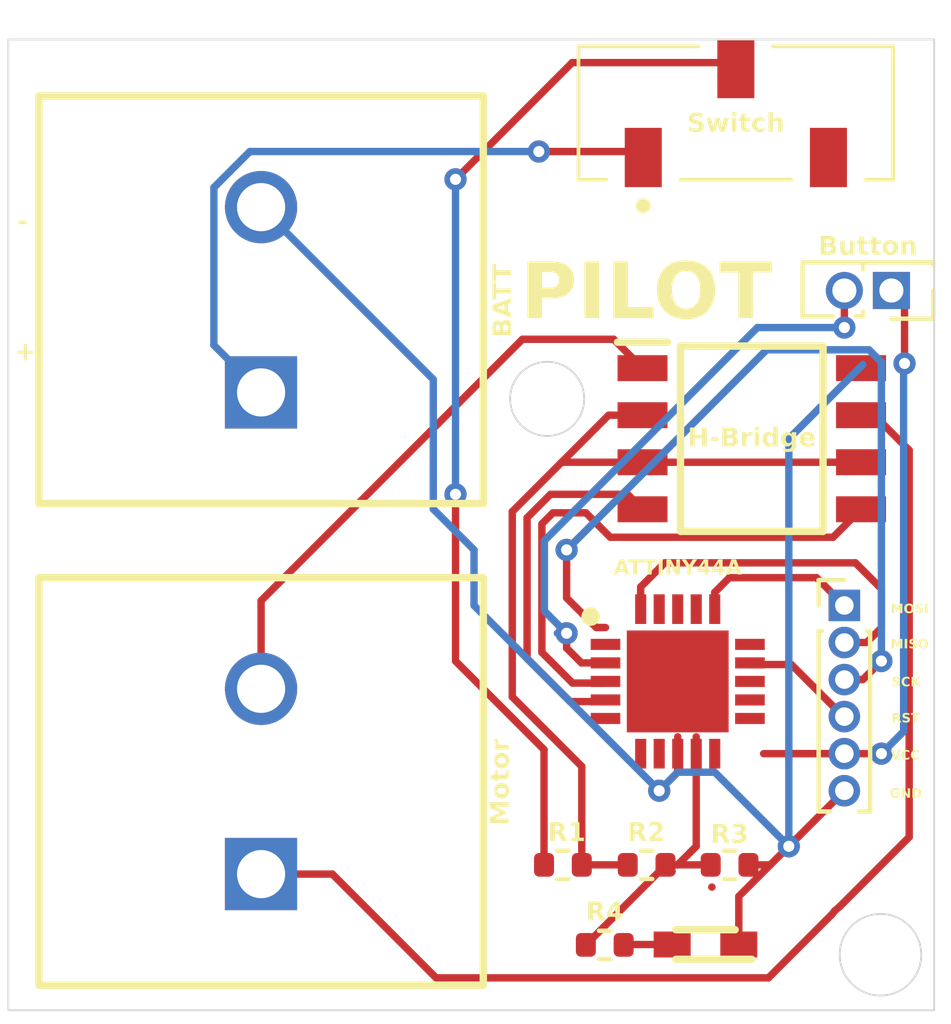
<source format=kicad_pcb>
(kicad_pcb (version 20240108) (generator "pcbnew") (generator_version "8.0")
  (layers (0 "F.Cu" signal) (31 "B.Cu" signal) (34 "B.Paste" user) (35 "F.Paste" user) (36 "B.SilkS" user "B.Silkscreen") (37 "F.SilkS" user "F.Silkscreen") (38 "B.Mask" user) (39 "F.Mask" user) (44 "Edge.Cuts" user))
  (net 0 "")
  (net 1 "GND")
  (net 2 "RIN")
  (net 3 "FIN")
  (net 4 "VCC")
  (net 5 "VCCQ")
  (net 8 "Net-(ATTINY44A1-PA6_(PCINT6{slash}OC1A{slash}SDA{slash}MOSI{slash}DI{slash}ADC6))")
  (net 15 "Net-(ATTINY44A1-PA5_(ADC5{slash}DO{slash}MISO{slash}OC1B{slash}PCINT5))")
  (net 17 "Net-(ATTINY44A1-PB3_(PCINT11{slash}~{RESET}{slash}DW))")
  (net 18 "Net-(ATTINY44A1-(ADC4{slash}USCK{slash}SCL{slash}T1{slash}PCINT4)_PA4)")
  (net 22 "Net-(BATT1-+)")
  (net 23 "Net-(H-Bridge1-OUT1)")
  (net 24 "Net-(H-Bridge1-OUT2)")
  (net 25 "Net-(R1-Pad2)")
  (net 26 "NC")
  (net 27 "Net-(ATTINY44A1-(ADC3{slash}T0{slash}PCINT3)_PA3)")
  (net 28 "Net-(LED1-A)")
  (footprint "Resistor_SMD:R_0402_1005Metric" (layer "F.Cu") (at 78.9 60)
    (property "Reference" "R3" (at 0 -0.8 0) (layer "F.SilkS") (effects (font (size 0.5 0.5) (thickness 0.125))))
    (property "Value" "1000")
    (fp_line (start -0.153641 -0.38) (end 0.153641 -0.38) (stroke (width 0.12)) (layer "F.SilkS"))
    (fp_line (start -0.153641 0.38) (end 0.153641 0.38) (stroke (width 0.12)) (layer "F.SilkS"))
    (pad "1" smd roundrect (at -0.51 0) (size 0.54 0.64) (layers "F.Cu" "F.Paste" "F.Mask") (net 4 "VCC"))
    (pad "2" smd roundrect (at 0.51 0) (size 0.54 0.64) (layers "F.Cu" "F.Paste" "F.Mask") (net 1 "GND"))
  )
  (footprint "CustomParts:Green led" (layer "F.Cu") (at 78.25 62.15 180)
    (property "Reference" "LED1" (hide yes))
    (property "Value" "LED" (hide yes))
    (fp_line (start 0.8 -0.4) (end -1.25 -0.4) (stroke (width 0.2)) (layer "F.SilkS"))
    (fp_line (start -0.8 0.4) (end 0.8 0.4) (stroke (width 0.2)) (layer "F.SilkS"))
    (pad "1" smd rect (at -0.9 0 270) (size 0.7 1) (layers "F.Cu" "F.Paste" "F.Mask") (net 1 "GND"))
    (pad "2" smd rect (at 0.9 0 270) (size 0.7 1) (layers "F.Cu" "F.Paste" "F.Mask") (net 28 "Net-(LED1-A)"))
  )
  (footprint "Resistor_SMD:R_0402_1005Metric" (layer "F.Cu") (at 75.53 62.16)
    (property "Reference" "R4" (at 0 -0.87 0) (layer "F.SilkS") (effects (font (size 0.5 0.5) (thickness 0.125))))
    (property "Value" "300")
    (fp_line (start -0.153641 -0.38) (end 0.153641 -0.38) (stroke (width 0.12)) (layer "F.SilkS"))
    (fp_line (start -0.153641 0.38) (end 0.153641 0.38) (stroke (width 0.12)) (layer "F.SilkS"))
    (pad "1" smd roundrect (at -0.51 0) (size 0.54 0.64) (layers "F.Cu" "F.Paste" "F.Mask") (net 4 "VCC"))
    (pad "2" smd roundrect (at 0.51 0) (size 0.54 0.64) (layers "F.Cu" "F.Paste" "F.Mask") (net 28 "Net-(LED1-A)"))
  )
  (footprint "Resistor_SMD:R_0402_1005Metric" (layer "F.Cu") (at 76.66 60)
    (property "Reference" "R2" (at -0.01 -0.85 0) (layer "F.SilkS") (effects (font (size 0.5 0.5) (thickness 0.125))))
    (property "Value" "200")
    (fp_line (start -0.153641 -0.38) (end 0.153641 -0.38) (stroke (width 0.12)) (layer "F.SilkS"))
    (fp_line (start -0.153641 0.38) (end 0.153641 0.38) (stroke (width 0.12)) (layer "F.SilkS"))
    (pad "1" smd roundrect (at -0.51 0) (size 0.54 0.64) (layers "F.Cu" "F.Paste" "F.Mask") (net 5 "VCCQ"))
    (pad "2" smd roundrect (at 0.51 0) (size 0.54 0.64) (layers "F.Cu" "F.Paste" "F.Mask") (net 4 "VCC"))
  )
  (footprint "Connector_PinHeader_1.00mm:PinHeader_1x06_P1.00mm_Vertical" (layer "F.Cu") (at 82 53)
    (property "Reference" "Programming-Pins1" (hide yes))
    (property "Value" "Conn_01x06_Socket" (hide yes))
    (fp_line (start -0.695 -0.685) (end 0 -0.685) (stroke (width 0.12)) (layer "F.SilkS"))
    (fp_line (start -0.695 0) (end -0.695 -0.685) (stroke (width 0.12)) (layer "F.SilkS"))
    (fp_line (start -0.695 0.685) (end -0.695 5.56) (stroke (width 0.12)) (layer "F.SilkS"))
    (fp_line (start -0.695 0.685) (end -0.608276 0.685) (stroke (width 0.12)) (layer "F.SilkS"))
    (fp_line (start -0.695 5.56) (end -0.394493 5.56) (stroke (width 0.12)) (layer "F.SilkS"))
    (fp_line (start 0.394493 5.56) (end 0.695 5.56) (stroke (width 0.12)) (layer "F.SilkS"))
    (fp_line (start 0.608276 0.685) (end 0.695 0.685) (stroke (width 0.12)) (layer "F.SilkS"))
    (fp_line (start 0.695 0.685) (end 0.695 5.56) (stroke (width 0.12)) (layer "F.SilkS"))
    (pad "1" thru_hole rect (at 0 0) (size 0.85 0.85) (drill 0.5) (layers "*.Cu" "*.Mask") (net 8 "Net-(ATTINY44A1-PA6_(PCINT6{slash}OC1A{slash}SDA{slash}MOSI{slash}DI{slash}ADC6))"))
    (pad "2" thru_hole oval (at 0 1) (size 0.85 0.85) (drill 0.5) (layers "*.Cu" "*.Mask") (net 15 "Net-(ATTINY44A1-PA5_(ADC5{slash}DO{slash}MISO{slash}OC1B{slash}PCINT5))"))
    (pad "3" thru_hole oval (at 0 2) (size 0.85 0.85) (drill 0.5) (layers "*.Cu" "*.Mask") (net 18 "Net-(ATTINY44A1-(ADC4{slash}USCK{slash}SCL{slash}T1{slash}PCINT4)_PA4)"))
    (pad "4" thru_hole oval (at 0 3) (size 0.85 0.85) (drill 0.5) (layers "*.Cu" "*.Mask") (net 17 "Net-(ATTINY44A1-PB3_(PCINT11{slash}~{RESET}{slash}DW))"))
    (pad "5" thru_hole oval (at 0 4) (size 0.85 0.85) (drill 0.5) (layers "*.Cu" "*.Mask") (net 4 "VCC"))
    (pad "6" thru_hole oval (at 0 5) (size 0.85 0.85) (drill 0.5) (layers "*.Cu" "*.Mask") (net 1 "GND"))
  )
  (footprint "Resistor_SMD:R_0402_1005Metric" (layer "F.Cu") (at 74.4 60 180)
    (property "Reference" "R1" (at -0.1 0.85 180) (layer "F.SilkS") (effects (font (size 0.5 0.5) (thickness 0.125))))
    (property "Value" "270")
    (fp_line (start -0.153641 0.38) (end 0.153641 0.38) (stroke (width 0.12)) (layer "F.SilkS"))
    (fp_line (start -0.153641 -0.38) (end 0.153641 -0.38) (stroke (width 0.12)) (layer "F.SilkS"))
    (pad "1" smd roundrect (at -0.51 0 180) (size 0.54 0.64) (layers "F.Cu" "F.Paste" "F.Mask") (net 5 "VCCQ"))
    (pad "2" smd roundrect (at 0.51 0 180) (size 0.54 0.64) (layers "F.Cu" "F.Paste" "F.Mask") (net 25 "Net-(R1-Pad2)"))
  )
  (footprint "CustomParts:JS102011JCQN" (layer "F.Cu") (at 79.07 40.01)
    (property "Reference" "Switch" (at 0 0 0) (layer "F.SilkS") (effects (font (size 0.5 0.5) (thickness 0.125))))
    (property "Value" "JS102011JCQN" (hide yes))
    (fp_line (start -4.25 -2.1) (end -1 -2.1) (stroke (width 0.1)) (layer "F.SilkS"))
    (fp_line (start -4.25 1.5) (end -4.25 -2.1) (stroke (width 0.1)) (layer "F.SilkS"))
    (fp_line (start -3.5 1.5) (end -4.25 1.5) (stroke (width 0.1)) (layer "F.SilkS"))
    (fp_line (start -2.6 2.2) (end -2.6 2.2) (stroke (width 0.2)) (layer "F.SilkS"))
    (fp_line (start -2.4 2.2) (end -2.4 2.2) (stroke (width 0.2)) (layer "F.SilkS"))
    (fp_line (start -1.5 1.5) (end 1.5 1.5) (stroke (width 0.1)) (layer "F.SilkS"))
    (fp_line (start 1 -2.1) (end 4.25 -2.1) (stroke (width 0.1)) (layer "F.SilkS"))
    (fp_line (start 4.25 -2.1) (end 4.25 1.5) (stroke (width 0.1)) (layer "F.SilkS"))
    (fp_line (start 4.25 1.5) (end 3.5 1.5) (stroke (width 0.1)) (layer "F.SilkS"))
    (fp_arc (start -2.6 2.2) (mid -2.5 2.1) (end -2.4 2.2) (stroke (width 0.2)) (layer "F.SilkS"))
    (fp_arc (start -2.4 2.2) (mid -2.5 2.3) (end -2.6 2.2) (stroke (width 0.2)) (layer "F.SilkS"))
    (pad "1" smd rect (at -2.5 0.9) (size 1 1.6) (layers "F.Cu" "F.Paste" "F.Mask") (net 22 "Net-(BATT1-+)"))
    (pad "2" smd rect (at 0 -1.5) (size 1 1.6) (layers "F.Cu" "F.Paste" "F.Mask") (net 25 "Net-(R1-Pad2)"))
    (pad "3" smd rect (at 2.5 0.9) (size 1 1.6) (layers "F.Cu" "F.Paste" "F.Mask") (net 26 "NC"))
  )
  (footprint "Connector_PinHeader_1.27mm:PinHeader_2x01_P1.27mm_Vertical" (layer "F.Cu") (at 83.27 44.5 180)
    (property "Reference" "SW1" (hide yes))
    (property "Value" "SW_Push" (hide yes))
    (fp_line (start 2.4 -0.695) (end 2.4 0.695) (stroke (width 0.12)) (layer "F.SilkS"))
    (fp_line (start 1.57753 -0.695) (end 2.4 -0.695) (stroke (width 0.12)) (layer "F.SilkS"))
    (fp_line (start 0.76 0.706529) (end 0.76 0.563471) (stroke (width 0.12)) (layer "F.SilkS"))
    (fp_line (start 0.76 -0.563471) (end 0.76 -0.695) (stroke (width 0.12)) (layer "F.SilkS"))
    (fp_line (start 0.76 -0.695) (end 0.96247 -0.695) (stroke (width 0.12)) (layer "F.SilkS"))
    (fp_line (start 0.563471 0.76) (end 0.706529 0.76) (stroke (width 0.12)) (layer "F.SilkS"))
    (fp_line (start -1.13 0.76) (end 2.4 0.76) (stroke (width 0.12)) (layer "F.SilkS"))
    (fp_line (start -1.13 0.76) (end -0.563471 0.76) (stroke (width 0.12)) (layer "F.SilkS"))
    (fp_line (start -1.13 0.76) (end -1.13 0.695) (stroke (width 0.12)) (layer "F.SilkS"))
    (fp_line (start -1.13 0) (end -1.13 -0.76) (stroke (width 0.12)) (layer "F.SilkS"))
    (fp_line (start -1.13 -0.76) (end 0 -0.76) (stroke (width 0.12)) (layer "F.SilkS"))
    (pad "1" thru_hole rect (at 0 0 180) (size 1 1) (drill 0.65) (layers "*.Cu" "*.Mask") (net 4 "VCC"))
    (pad "2" thru_hole oval (at 1.27 0 180) (size 1 1) (drill 0.65) (layers "*.Cu" "*.Mask") (net 27 "Net-(ATTINY44A1-(ADC3{slash}T0{slash}PCINT3)_PA3)"))
  )
  (footprint "CustomParts:1800408" (layer "F.Cu") (at 66.25 47.25 90)
    (property "Reference" "BATT" (at 2.475 6.55 90) (layer "F.SilkS") (effects (font (size 0.5 0.5) (thickness 0.125))))
    (property "Value" "Battery" (hide yes))
    (fp_line (start 8 -6) (end 8 6) (stroke (width 0.2)) (layer "F.SilkS"))
    (fp_line (start -3 -6) (end 8 -6) (stroke (width 0.2)) (layer "F.SilkS"))
    (fp_line (start 8 6) (end -3 6) (stroke (width 0.2)) (layer "F.SilkS"))
    (fp_line (start -3 6) (end -3 -6) (stroke (width 0.2)) (layer "F.SilkS"))
    (pad "1" thru_hole rect (at 0 0 90) (size 1.95 1.95) (drill 1.3) (layers "*.Cu" "*.Mask") (net 22 "Net-(BATT1-+)"))
    (pad "2" thru_hole circle (at 5 0 90) (size 1.95 1.95) (drill 1.3) (layers "*.Cu" "*.Mask") (net 1 "GND"))
  )
  (footprint "CustomParts:1800408" (layer "F.Cu") (at 66.25 60.25 90)
    (property "Reference" "Motor" (at 2.48 6.48 90) (layer "F.SilkS") (effects (font (size 0.5 0.5) (thickness 0.125))))
    (property "Value" "1800408" (hide yes))
    (fp_line (start 8 -6) (end 8 6) (stroke (width 0.2)) (layer "F.SilkS"))
    (fp_line (start -3 -6) (end 8 -6) (stroke (width 0.2)) (layer "F.SilkS"))
    (fp_line (start 8 6) (end -3 6) (stroke (width 0.2)) (layer "F.SilkS"))
    (fp_line (start -3 6) (end -3 -6) (stroke (width 0.2)) (layer "F.SilkS"))
    (pad "1" thru_hole rect (at 0 0 90) (size 1.95 1.95) (drill 1.3) (layers "*.Cu" "*.Mask") (net 24 "Net-(H-Bridge1-OUT2)"))
    (pad "2" thru_hole circle (at 5 0 90) (size 1.95 1.95) (drill 1.3) (layers "*.Cu" "*.Mask") (net 23 "Net-(H-Bridge1-OUT1)"))
  )
  (footprint "CustomParts:ATTiny44a-MU" (layer "F.Cu") (at 77.5 55.05)
    (property "Reference" "ATTINY44A" (at 0 -3.05 0) (layer "F.SilkS") (effects (font (size 0.4 0.4) (thickness 0.08) (bold yes))))
    (property "Value" "ATTINY44A-MU" (hide yes))
    (fp_circle (center -2.35 -1.75) (end -2.35 -1.625) (stroke (width 0.25)) (fill none) (layer "F.SilkS"))
    (pad "1" smd rect (at -1.95 -1 90) (size 0.3 0.8) (layers "F.Cu" "F.Paste" "F.Mask") (net 18 "Net-(ATTINY44A1-(ADC4{slash}USCK{slash}SCL{slash}T1{slash}PCINT4)_PA4)"))
    (pad "2" smd rect (at -1.95 -0.5 90) (size 0.3 0.8) (layers "F.Cu" "F.Paste" "F.Mask") (net 27 "Net-(ATTINY44A1-(ADC3{slash}T0{slash}PCINT3)_PA3)"))
    (pad "3" smd rect (at -1.95 0 90) (size 0.3 0.8) (layers "F.Cu" "F.Paste" "F.Mask"))
    (pad "4" smd rect (at -1.95 0.5 90) (size 0.3 0.8) (layers "F.Cu" "F.Paste" "F.Mask") (net 2 "RIN"))
    (pad "5" smd rect (at -1.95 1 90) (size 0.3 0.8) (layers "F.Cu" "F.Paste" "F.Mask") (net 3 "FIN"))
    (pad "6" smd rect (at -1 1.95) (size 0.3 0.8) (layers "F.Cu" "F.Paste" "F.Mask"))
    (pad "7" smd rect (at -0.5 1.95) (size 0.3 0.8) (layers "F.Cu" "F.Paste" "F.Mask"))
    (pad "8" smd rect (at 0 1.95) (size 0.3 0.8) (layers "F.Cu" "F.Paste" "F.Mask") (net 1 "GND"))
    (pad "9" smd rect (at 0.5 1.95) (size 0.3 0.8) (layers "F.Cu" "F.Paste" "F.Mask") (net 4 "VCC"))
    (pad "10" smd rect (at 1 1.95) (size 0.3 0.8) (layers "F.Cu" "F.Paste" "F.Mask"))
    (pad "11" smd rect (at 1.95 1 90) (size 0.3 0.8) (layers "F.Cu" "F.Paste" "F.Mask"))
    (pad "12" smd rect (at 1.95 0.5 90) (size 0.3 0.8) (layers "F.Cu" "F.Paste" "F.Mask"))
    (pad "13" smd rect (at 1.95 0 90) (size 0.3 0.8) (layers "F.Cu" "F.Paste" "F.Mask") (net 17 "Net-(ATTINY44A1-PB3_(PCINT11{slash}~{RESET}{slash}DW))"))
    (pad "14" smd rect (at 1.95 -0.5 90) (size 0.3 0.8) (layers "F.Cu" "F.Paste" "F.Mask"))
    (pad "15" smd rect (at 1.95 -1 90) (size 0.3 0.8) (layers "F.Cu" "F.Paste" "F.Mask"))
    (pad "16" smd rect (at 1 -1.95) (size 0.3 0.8) (layers "F.Cu" "F.Paste" "F.Mask") (net 8 "Net-(ATTINY44A1-PA6_(PCINT6{slash}OC1A{slash}SDA{slash}MOSI{slash}DI{slash}ADC6))"))
    (pad "17" smd rect (at 0.5 -1.95) (size 0.3 0.8) (layers "F.Cu" "F.Paste" "F.Mask"))
    (pad "18" smd rect (at 0 -1.95) (size 0.3 0.8) (layers "F.Cu" "F.Paste" "F.Mask"))
    (pad "19" smd rect (at -0.5 -1.95) (size 0.3 0.8) (layers "F.Cu" "F.Paste" "F.Mask"))
    (pad "20" smd rect (at -1 -1.95) (size 0.3 0.8) (layers "F.Cu" "F.Paste" "F.Mask") (net 15 "Net-(ATTINY44A1-PA5_(ADC5{slash}DO{slash}MISO{slash}OC1B{slash}PCINT5))"))
    (pad "21" smd rect (at 0 0) (size 2.75 2.75) (layers "F.Cu" "F.Paste" "F.Mask"))
  )
  (footprint "CustomParts:SOIC127P620X171-8N" (layer "F.Cu") (at 79.5 48.5)
    (property "Reference" "H-Bridge" (at 0 0 0) (layer "F.SilkS") (effects (font (size 0.5 0.5) (thickness 0.1) (bold yes))))
    (property "Value" "BD6221F-E2" (hide yes))
    (fp_line (start -3.625 -2.605) (end -2.275 -2.605) (stroke (width 0.2)) (layer "F.SilkS"))
    (fp_line (start -1.925 -2.5) (end 1.925 -2.5) (stroke (width 0.2)) (layer "F.SilkS"))
    (fp_line (start -1.925 2.5) (end -1.925 -2.5) (stroke (width 0.2)) (layer "F.SilkS"))
    (fp_line (start 1.925 -2.5) (end 1.925 2.5) (stroke (width 0.2)) (layer "F.SilkS"))
    (fp_line (start 1.925 2.5) (end -1.925 2.5) (stroke (width 0.2)) (layer "F.SilkS"))
    (pad "1" smd rect (at -2.95 -1.905 90) (size 0.7 1.35) (layers "F.Cu" "F.Paste" "F.Mask") (net 23 "Net-(H-Bridge1-OUT1)"))
    (pad "2" smd rect (at -2.95 -0.635 90) (size 0.7 1.35) (layers "F.Cu" "F.Paste" "F.Mask") (net 5 "VCCQ"))
    (pad "3" smd rect (at -2.95 0.635 90) (size 0.7 1.35) (layers "F.Cu" "F.Paste" "F.Mask") (net 5 "VCCQ"))
    (pad "4" smd rect (at -2.95 1.905 90) (size 0.7 1.35) (layers "F.Cu" "F.Paste" "F.Mask") (net 3 "FIN"))
    (pad "5" smd rect (at 2.95 1.905 90) (size 0.7 1.35) (layers "F.Cu" "F.Paste" "F.Mask") (net 2 "RIN"))
    (pad "6" smd rect (at 2.95 0.635 90) (size 0.7 1.35) (layers "F.Cu" "F.Paste" "F.Mask") (net 5 "VCCQ"))
    (pad "7" smd rect (at 2.95 -0.635 90) (size 0.7 1.35) (layers "F.Cu" "F.Paste" "F.Mask") (net 24 "Net-(H-Bridge1-OUT2)"))
    (pad "8" smd rect (at 2.95 -1.905 90) (size 0.7 1.35) (layers "F.Cu" "F.Paste" "F.Mask") (net 1 "GND"))
  )
  (gr_circle (center 82.975 62.426135) (end 83.025 63.526135) (stroke (width 0.05)) (fill none) (layer "Edge.Cuts"))
  (gr_rect (start 59.425 37.725) (end 84.425 63.925) (stroke (width 0.05)) (fill none) (layer "Edge.Cuts"))
  (gr_circle (center 73.975 47.425) (end 74.975 47.425) (stroke (width 0.05)) (fill none) (layer "Edge.Cuts"))
  (gr_text "SCK" (at 83.275 55.225 0) (layer "F.SilkS") (effects (font (size 0.25 0.25) (thickness 0.06) (bold yes)) (justify left bottom)))
  (gr_text "+" (at 59.59 46.47 0) (layer "F.SilkS") (effects (font (size 0.5 0.5) (thickness 0.0625)) (justify left bottom)))
  (gr_text "MOSI" (at 83.25 53.25 0) (layer "F.SilkS") (effects (font (size 0.25 0.25) (thickness 0.06) (bold yes)) (justify left bottom)))
  (gr_text "VCC" (at 83.25 57.2 0) (layer "F.SilkS") (effects (font (size 0.25 0.25) (thickness 0.06) (bold yes)) (justify left bottom)))
  (gr_text "PILOT" (at 73.25 45.5 0) (layer "F.SilkS") (effects (font (size 1.5 1.5) (thickness 0.25) (bold yes)) (justify left bottom)))
  (gr_text "Button" (at 81.3 43.62 0) (layer "F.SilkS") (effects (font (size 0.5 0.5) (thickness 0.125) (bold yes)) (justify left bottom)))
  (gr_text "RST" (at 83.275 56.2 0) (layer "F.SilkS") (effects (font (size 0.25 0.25) (thickness 0.06) (bold yes)) (justify left bottom)))
  (gr_text "GND\n\n" (at 83.225 58.65 0) (layer "F.SilkS") (effects (font (size 0.25 0.25) (thickness 0.06) (bold yes)) (justify left bottom)))
  (gr_text "MISO" (at 83.25 54.2 0) (layer "F.SilkS") (effects (font (size 0.25 0.25) (thickness 0.06) (bold yes)) (justify left bottom)))
  (gr_text "-\n" (at 59.665 42.945 0) (layer "F.SilkS") (effects (font (size 0.5 0.5) (thickness 0.0625)) (justify left bottom)))
  (segment (start 81.974695 56) (end 82 56) (width 0.2) (layer "F.Cu") (net 0))
  (segment (start 80.569695 54.595) (end 81.974695 56) (width 0.2) (layer "F.Cu") (net 0))
  (segment (start 79.45 54.595) (end 80.569695 54.595) (width 0.2) (layer "F.Cu") (net 0))
  (segment (start 79.15 60.85) (end 80 60) (width 0.2) (layer "F.Cu") (net 1))
  (segment (start 80.5 59.5) (end 82 58) (width 0.2) (layer "F.Cu") (net 1))
  (segment (start 80 60) (end 80.5 59.5) (width 0.2) (layer "F.Cu") (net 1))
  (segment (start 79.41 60) (end 80 60) (width 0.2) (layer "F.Cu") (net 1))
  (segment (start 79.15 62.15) (end 79.15 60.85) (width 0.2) (layer "F.Cu") (net 1))
  (segment (start 77 58) (end 77.5 57.5) (width 0.2) (layer "F.Cu") (net 1))
  (segment (start 77.5 57.5) (end 77.5 56.545) (width 0.2) (layer "F.Cu") (net 1))
  (via blind (at 80.5 59.5) (size 0.6) (drill 0.3) (layers "F.Cu" "B.Cu") (net 1))
  (via blind (at 77 58) (size 0.6) (drill 0.3) (layers "F.Cu" "B.Cu") (net 1))
  (segment (start 77.5 57.5) (end 77 58) (width 0.2) (layer "B.Cu") (net 1))
  (segment (start 72 51.5) (end 72 53) (width 0.2) (layer "B.Cu") (net 1))
  (segment (start 80.5 59.5) (end 80.5 48.5) (width 0.2) (layer "B.Cu") (net 1))
  (segment (start 70.9 46.9) (end 66.25 42.25) (width 0.2) (layer "B.Cu") (net 1))
  (segment (start 72 53) (end 77 58) (width 0.2) (layer "B.Cu") (net 1))
  (segment (start 80.5 48.5) (end 82.5 46.5) (width 0.2) (layer "B.Cu") (net 1))
  (segment (start 77.75 57.5) (end 77.5 57.5) (width 0.2) (layer "B.Cu") (net 1))
  (segment (start 78.5 57.5) (end 77.75 57.5) (width 0.2) (layer "B.Cu") (net 1))
  (segment (start 80.5 59.5) (end 78.5 57.5) (width 0.2) (layer "B.Cu") (net 1))
  (segment (start 72 51.5) (end 70.9 50.4) (width 0.2) (layer "B.Cu") (net 1))
  (segment (start 70.9 50.4) (end 70.9 46.9) (width 0.2) (layer "B.Cu") (net 1))
  (segment (start 73.832843 50.798529) (end 73.832843 54.267157) (width 0.2) (layer "F.Cu") (net 2))
  (segment (start 75.678888 51.158888) (end 75.02 50.5) (width 0.2) (layer "F.Cu") (net 2))
  (segment (start 73.832843 54.267157) (end 74.660686 55.095) (width 0.2) (layer "F.Cu") (net 2))
  (segment (start 74.660686 55.095) (end 75.55 55.095) (width 0.2) (layer "F.Cu") (net 2))
  (segment (start 75.02 50.5) (end 74.131372 50.5) (width 0.2) (layer "F.Cu") (net 2))
  (segment (start 74.131372 50.5) (end 73.832843 50.798529) (width 0.2) (layer "F.Cu") (net 2))
  (segment (start 82.45 50.405) (end 81.696112 51.158888) (width 0.2) (layer "F.Cu") (net 2))
  (segment (start 81.696112 51.158888) (end 75.678888 51.158888) (width 0.2) (layer "F.Cu") (net 2))
  (segment (start 76.145 50) (end 74.065686 50) (width 0.2) (layer "F.Cu") (net 3))
  (segment (start 74.065686 50) (end 73.432843 50.632843) (width 0.2) (layer "F.Cu") (net 3))
  (segment (start 73.432843 50.632843) (end 73.432843 54.432843) (width 0.2) (layer "F.Cu") (net 3))
  (segment (start 74.595 55.595) (end 75.55 55.595) (width 0.2) (layer "F.Cu") (net 3))
  (segment (start 73.432843 54.432843) (end 74.595 55.595) (width 0.2) (layer "F.Cu") (net 3))
  (segment (start 76.55 50.405) (end 76.145 50) (width 0.2) (layer "F.Cu") (net 3))
  (segment (start 77.17 60.01) (end 75.02 62.16) (width 0.2) (layer "F.Cu") (net 4))
  (segment (start 83 57) (end 80.5 57) (width 0.2) (layer "F.Cu") (net 4))
  (segment (start 78 56.545) (end 78 59.5) (width 0.2) (layer "F.Cu") (net 4))
  (segment (start 78.39 60) (end 77.5 60) (width 0.2) (layer "F.Cu") (net 4))
  (segment (start 77.17 60) (end 77.17 60.01) (width 0.2) (layer "F.Cu") (net 4))
  (segment (start 80.5 57) (end 82 57) (width 0.2) (layer "F.Cu") (net 4))
  (segment (start 78 59.5) (end 77.5 60) (width 0.2) (layer "F.Cu") (net 4))
  (segment (start 83.27 44.5) (end 83.625002 44.855002) (width 0.2) (layer "F.Cu") (net 4))
  (segment (start 77.35 60.18) (end 77.17 60) (width 0.2) (layer "F.Cu") (net 4))
  (segment (start 83.625002 44.855002) (end 83.625002 46.468629) (width 0.2) (layer "F.Cu") (net 4))
  (segment (start 77.5 60) (end 77.17 60) (width 0.2) (layer "F.Cu") (net 4))
  (segment (start 79.82 57) (end 80.5 57) (width 0.2) (layer "F.Cu") (net 4))
  (segment (start 78.425 60.6) (end 78.42 60.6) (width 0.2) (layer "F.Cu") (net 4))
  (via blind (at 83.625002 46.468629) (size 0.6) (drill 0.3) (layers "F.Cu" "B.Cu") (net 4))
  (via blind (at 83 57) (size 0.6) (drill 0.3) (layers "F.Cu" "B.Cu") (net 4))
  (segment (start 83.6 56.4) (end 83 57) (width 0.2) (layer "B.Cu") (net 4))
  (segment (start 83.6 46.493631) (end 83.6 56.4) (width 0.2) (layer "B.Cu") (net 4))
  (segment (start 83.625002 46.468629) (end 83.6 46.493631) (width 0.2) (layer "B.Cu") (net 4))
  (segment (start 76.15 60) (end 74.91 60) (width 0.2) (layer "F.Cu") (net 5))
  (segment (start 75.635 47.865) (end 76.55 47.865) (width 0.2) (layer "F.Cu") (net 5))
  (segment (start 82.45 49.135) (end 76.55 49.135) (width 0.2) (layer "F.Cu") (net 5))
  (segment (start 73.032843 50.467157) (end 73.032843 55.467157) (width 0.2) (layer "F.Cu") (net 5))
  (segment (start 74.365 49.135) (end 75.635 47.865) (width 0.2) (layer "F.Cu") (net 5))
  (segment (start 82.45 49.135) (end 82.775 49.135) (width 0.2) (layer "F.Cu") (net 5))
  (segment (start 74.91 60) (end 74.91 57.344314) (width 0.2) (layer "F.Cu") (net 5))
  (segment (start 74.91 57.344314) (end 73.032843 55.467157) (width 0.2) (layer "F.Cu") (net 5))
  (segment (start 74.365 49.135) (end 73.032843 50.467157) (width 0.2) (layer "F.Cu") (net 5))
  (segment (start 76.55 49.135) (end 74.365 49.135) (width 0.2) (layer "F.Cu") (net 5))
  (segment (start 78.5 52.645) (end 78.5 53.1) (width 0.2) (layer "F.Cu") (net 8))
  (segment (start 78.5 52.645) (end 78.895 52.25) (width 0.2) (layer "F.Cu") (net 8))
  (segment (start 81.25 52.25) (end 82 53) (width 0.2) (layer "F.Cu") (net 8))
  (segment (start 78.895 52.25) (end 81.25 52.25) (width 0.2) (layer "F.Cu") (net 8))
  (segment (start 83 53.60104) (end 83 52.55) (width 0.2) (layer "F.Cu") (net 15))
  (segment (start 82 54) (end 82.60104 54) (width 0.2) (layer "F.Cu") (net 15))
  (segment (start 82.60104 54) (end 83 53.60104) (width 0.2) (layer "F.Cu") (net 15))
  (segment (start 83 52.55) (end 82.3 51.85) (width 0.2) (layer "F.Cu") (net 15))
  (segment (start 77.15 51.85) (end 76.5 52.5) (width 0.2) (layer "F.Cu") (net 15))
  (segment (start 76.5 52.5) (end 76.5 53.1) (width 0.2) (layer "F.Cu") (net 15))
  (segment (start 82.3 51.85) (end 77.15 51.85) (width 0.2) (layer "F.Cu") (net 15))
  (segment (start 75.55 53.595) (end 75.3 53.595) (width 0.2) (layer "F.Cu") (net 18))
  (segment (start 74.5 52.795) (end 74.5 51.5) (width 0.2) (layer "F.Cu") (net 18))
  (segment (start 82.5 55) (end 82 55) (width 0.2) (layer "F.Cu") (net 18))
  (segment (start 75.3 53.595) (end 74.5 52.795) (width 0.2) (layer "F.Cu") (net 18))
  (segment (start 83 54.5) (end 82.5 55) (width 0.2) (layer "F.Cu") (net 18))
  (via blind (at 83 54.5) (size 0.6) (drill 0.3) (layers "F.Cu" "B.Cu") (net 18))
  (via blind (at 74.5 51.5) (size 0.6) (drill 0.3) (layers "F.Cu" "B.Cu") (net 18))
  (segment (start 83 46.434314) (end 82.665686 46.1) (width 0.2) (layer "B.Cu") (net 18))
  (segment (start 79.9 46.1) (end 74.5 51.5) (width 0.2) (layer "B.Cu") (net 18))
  (segment (start 83 54.5) (end 83 46.434314) (width 0.2) (layer "B.Cu") (net 18))
  (segment (start 82.665686 46.1) (end 79.9 46.1) (width 0.2) (layer "B.Cu") (net 18))
  (segment (start 73.75 40.75) (end 76.5 40.75) (width 0.2) (layer "F.Cu") (net 22))
  (via (at 73.75 40.75) (size 0.6) (drill 0.3) (layers "F.Cu" "B.Cu") (net 22))
  (segment (start 64.975 45.975) (end 64.975 41.721877) (width 0.2) (layer "B.Cu") (net 22))
  (segment (start 64.975 41.721877) (end 65.946877 40.75) (width 0.2) (layer "B.Cu") (net 22))
  (segment (start 65.946877 40.75) (end 73.75 40.75) (width 0.2) (layer "B.Cu") (net 22))
  (segment (start 66.25 47.25) (end 64.975 45.975) (width 0.2) (layer "B.Cu") (net 22))
  (segment (start 76.55 46.595) (end 75.771369 45.816369) (width 0.2) (layer "F.Cu") (net 23))
  (segment (start 73.306491 45.816369) (end 66.25 52.87286) (width 0.2) (layer "F.Cu") (net 23))
  (segment (start 75.771369 45.816369) (end 73.306491 45.816369) (width 0.2) (layer "F.Cu") (net 23))
  (segment (start 66.25 52.87286) (end 66.25 55.25) (width 0.2) (layer "F.Cu") (net 23))
  (segment (start 76.55 46.595) (end 76.22 46.595) (width 0.2) (layer "F.Cu") (net 23))
  (segment (start 82.805 47.865) (end 83.75 48.81) (width 0.2) (layer "F.Cu") (net 24))
  (segment (start 82.45 47.865) (end 82.805 47.865) (width 0.2) (layer "F.Cu") (net 24))
  (segment (start 68.175 60.25) (end 66.25 60.25) (width 0.2) (layer "F.Cu") (net 24))
  (segment (start 81.669134 61.330866) (end 79.95 63.05) (width 0.2) (layer "F.Cu") (net 24))
  (segment (start 83.75 48.81) (end 83.75 59.25) (width 0.2) (layer "F.Cu") (net 24))
  (segment (start 81.73898 61.242446) (end 81.669134 61.330866) (width 0.2) (layer "F.Cu") (net 24))
  (segment (start 79.95 63.05) (end 70.975 63.05) (width 0.2) (layer "F.Cu") (net 24))
  (segment (start 83.75 59.25) (end 81.874259 61.125741) (width 0.2) (layer "F.Cu") (net 24))
  (segment (start 70.975 63.05) (end 68.175 60.25) (width 0.2) (layer "F.Cu") (net 24))
  (segment (start 81.874259 61.125741) (end 81.73898 61.242446) (width 0.2) (layer "F.Cu") (net 24))
  (segment (start 74.65 38.35) (end 71.5 41.5) (width 0.2) (layer "F.Cu") (net 25))
  (segment (start 73.89 56.89) (end 73.89 60) (width 0.2) (layer "F.Cu") (net 25))
  (segment (start 79 38.35) (end 74.65 38.35) (width 0.2) (layer "F.Cu") (net 25))
  (segment (start 71.5 54.5) (end 73.89 56.89) (width 0.2) (layer "F.Cu") (net 25))
  (segment (start 71.5 54.5) (end 71.5 50) (width 0.2) (layer "F.Cu") (net 25))
  (via (at 71.5 41.5) (size 0.6) (drill 0.3) (layers "F.Cu" "B.Cu") (net 25))
  (via blind (at 71.5 50) (size 0.6) (drill 0.3) (layers "F.Cu" "B.Cu") (net 25))
  (segment (start 71.5 50) (end 71.5 41.5) (width 0.2) (layer "B.Cu") (net 25))
  (segment (start 74.5 54.15) (end 74.9 54.55) (width 0.2) (layer "F.Cu") (net 27))
  (segment (start 82 45.5) (end 82 44.5) (width 0.2) (layer "F.Cu") (net 27))
  (segment (start 74.9 54.55) (end 75.55 54.55) (width 0.2) (layer "F.Cu") (net 27))
  (segment (start 74.5 53.75) (end 74.5 54.15) (width 0.2) (layer "F.Cu") (net 27))
  (via blind (at 82 45.5) (size 0.6) (drill 0.3) (layers "F.Cu" "B.Cu") (net 27))
  (via blind (at 74.5 53.75) (size 0.6) (drill 0.3) (layers "F.Cu" "B.Cu") (net 27))
  (segment (start 74.5 53.75) (end 74.25 53.75) (width 0.2) (layer "B.Cu") (net 27))
  (segment (start 73.9 53.15) (end 74.5 53.75) (width 0.2) (layer "B.Cu") (net 27))
  (segment (start 82 45.5) (end 79.651471 45.5) (width 0.2) (layer "B.Cu") (net 27))
  (segment (start 73.9 51.251471) (end 73.9 53.15) (width 0.2) (layer "B.Cu") (net 27))
  (segment (start 79.651471 45.5) (end 73.9 51.251471) (width 0.2) (layer "B.Cu") (net 27))
  (segment (start 77.35 62.15) (end 76.05 62.15) (width 0.2) (layer "F.Cu") (net 28))
  (segment (start 76.05 62.15) (end 76.04 62.16) (width 0.2) (layer "F.Cu") (net 28))
)
</source>
